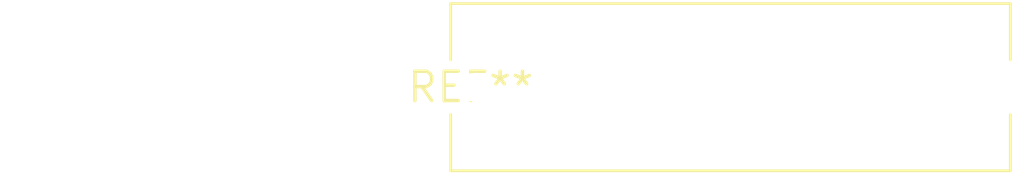
<source format=kicad_pcb>
(kicad_pcb (version 20240108) (generator pcbnew)
  (layers (0 "F.Cu" signal) (31 "B.Cu" signal) (34 "B.Paste" user) (35 "F.Paste" user) (36 "B.SilkS" user "B.Silkscreen") (37 "F.SilkS" user "F.Silkscreen") (38 "B.Mask" user) (39 "F.Mask" user) (44 "Edge.Cuts" user))
  (net 0 "")
  (footprint "C_Rect_L24.0mm_W7.0mm_P22.50mm_MKT" (layer "F.Cu") (at 0 0)
    (property "Reference" "REF**")
    (property "Value" "C_Rect_L24.0mm_W7.0mm_P22.50mm_MKT")
    (fp_line (start -0.87 -3.62) (end -0.87 -1.185) (layer "F.SilkS") (stroke (width 0.12)))
    (fp_line (start -0.87 -3.62) (end 23.37 -3.62) (layer "F.SilkS") (stroke (width 0.12)))
    (fp_line (start -0.87 1.185) (end -0.87 3.62) (layer "F.SilkS") (stroke (width 0.12)))
    (fp_line (start -0.87 3.62) (end 23.37 3.62) (layer "F.SilkS") (stroke (width 0.12)))
    (fp_line (start 23.37 -3.62) (end 23.37 -1.185) (layer "F.SilkS") (stroke (width 0.12)))
    (fp_line (start 23.37 1.185) (end 23.37 3.62) (layer "F.SilkS") (stroke (width 0.12)))
    (pad "1" thru_hole circle (at 0 0) (size 2.4 2.4) (drill 1.2) (layers *.Cu *.Mask) (remove_unused_layers))
    (pad "2" thru_hole circle (at 22.5 0) (size 2.4 2.4) (drill 1.2) (layers *.Cu *.Mask) (remove_unused_layers))
  )
)
</source>
